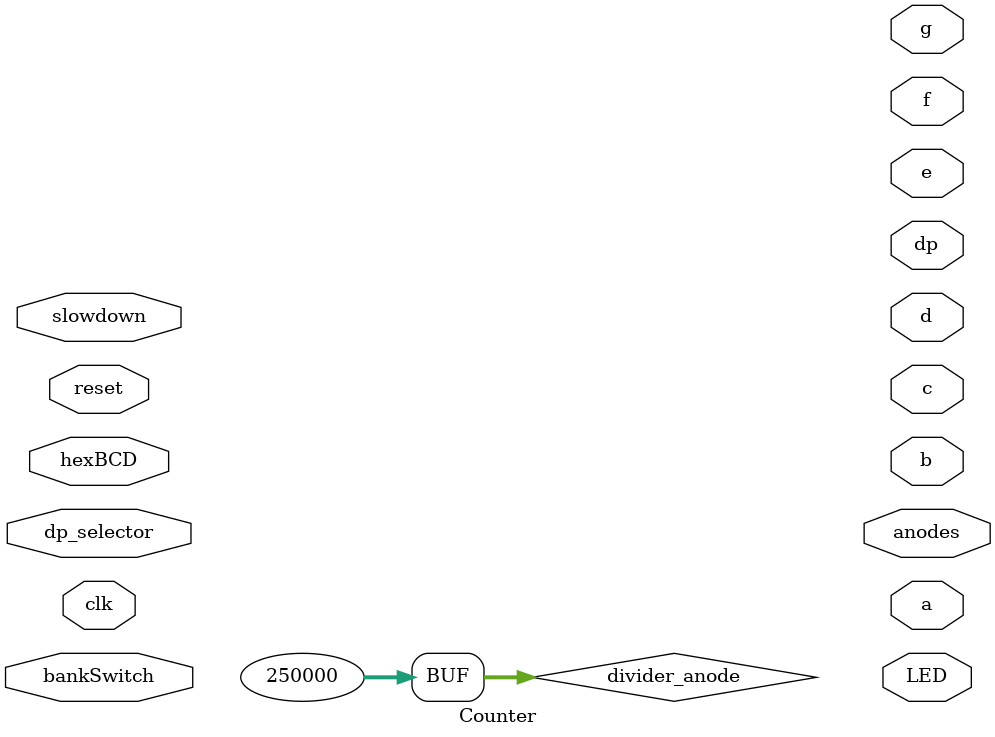
<source format=sv>
`timescale 1ns / 1ps


module Counter(
    input clk,
    input slowdown,
    input reset, // starts counters over again at 1
    input hexBCD, // switches from displaying 32 bits of hex to displaying 28 bits of hex converted to 32 bits BCD 
    input bankSwitch, //switches LED's to lower 16 and slows down the counting
    input [2:0] dp_selector, // decimal place selector
    output reg dp, // decimal place red light dot on the 7 segment displays
    output reg [7:0] anodes, //on off buttons for each of the 7 segment displays
    output a,b,c,d,e,f,g, // red led's on the seven segment displays
    output reg [15:0] LED // LEDs above the switches
    );
    integer divider_counter; // 50,000,000 with 100,000,000Hz clock means 2 times per second     
    always_comb if (bankSwitch==1) divider_counter=50000000; else divider_counter=1000; //about twice a second
    integer divider_anode = 250000; //with 100,000,000Hz clock means 400Hz clock
    
    integer count_clk = 0; //this is the counter that counts up to the divider_counter and then starts over
 
    integer c_input=451263789; //this creates a variable called c_input with 32 bits that has 1 added to it by a clock
              //in hex is 1AE5 BD2D
              //in decimal is 451,263,789
              //in binary is 0001 1010 1110 0101 1011 1101 0010 1101
              //this is so that if upper 16 bits are displayed on LED's can see them counting, lower 16 will be a blur

    //first clock controlling how fast numbers seem to count on the 8 segments
    //--------------------------------------------------------------------------
    always_ff @ (posedge(clk), posedge(reset))
    begin
        if (reset == 1) begin
            count_clk <= 0;
            c_input <=0;
        end
        else if(slowdown==0) begin
            if (count_clk >= divider_counter-1) begin
                count_clk <= 0;
                c_input <= c_input + 1;
                end         
            else count_clk <= count_clk + 1;
        end
        else count_clk <= count_clk;
    end
    
    Eight7SegDsiplay in(.clk(clk),.display(display),.restet(reset),.hexBCD(hexBCD),.dpselector);  

endmodule

</source>
